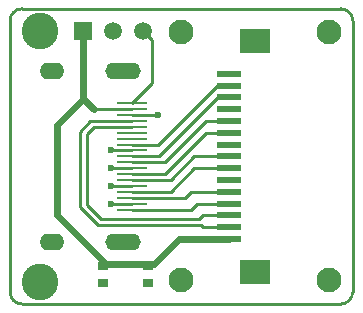
<source format=gtl>
G04 Layer_Physical_Order=1*
G04 Layer_Color=255*
%FSLAX25Y25*%
%MOIN*%
G70*
G01*
G75*
%ADD10R,0.10236X0.01102*%
%ADD11R,0.07874X0.02362*%
%ADD12R,0.10236X0.07874*%
%ADD13R,0.03543X0.03150*%
%ADD14C,0.01102*%
%ADD15C,0.02362*%
%ADD16C,0.00965*%
%ADD17C,0.01000*%
%ADD18R,0.05906X0.05906*%
%ADD19C,0.05906*%
%ADD20O,0.08268X0.05512*%
%ADD21O,0.11811X0.05512*%
%ADD22C,0.12205*%
%ADD23C,0.08268*%
%ADD24C,0.02362*%
D10*
X288583Y253937D02*
D03*
Y251969D02*
D03*
Y255906D02*
D03*
Y257874D02*
D03*
Y250000D02*
D03*
Y240158D02*
D03*
Y242126D02*
D03*
Y244094D02*
D03*
Y246063D02*
D03*
Y248031D02*
D03*
Y238189D02*
D03*
Y236221D02*
D03*
Y269685D02*
D03*
Y263779D02*
D03*
Y261811D02*
D03*
Y271654D02*
D03*
Y259842D02*
D03*
Y267717D02*
D03*
Y265748D02*
D03*
D11*
X320866Y226378D02*
D03*
Y234252D02*
D03*
Y238189D02*
D03*
Y242126D02*
D03*
Y246063D02*
D03*
Y250000D02*
D03*
Y230315D02*
D03*
Y261811D02*
D03*
Y281496D02*
D03*
Y277559D02*
D03*
Y273622D02*
D03*
Y269685D02*
D03*
Y265748D02*
D03*
Y257874D02*
D03*
Y253937D02*
D03*
D12*
X329528Y292520D02*
D03*
Y215354D02*
D03*
D13*
X294094Y211811D02*
D03*
Y217323D02*
D03*
X279134Y211811D02*
D03*
Y217323D02*
D03*
D14*
X292441Y295669D02*
X295276Y292835D01*
X288583Y267717D02*
X297244D01*
X281496Y238189D02*
X288583D01*
X281496Y244094D02*
X288583D01*
X281496Y250000D02*
X288583D01*
X281496Y255906D02*
X288583D01*
X275984Y269685D02*
X288583D01*
X295276Y278346D02*
Y292835D01*
X288583Y271654D02*
X295276Y278346D01*
X312205Y230315D02*
X320866D01*
X311551Y230968D02*
X312205Y230315D01*
X277476Y230968D02*
X311551D01*
X271260Y237184D02*
X277476Y230968D01*
X271260Y237184D02*
Y262205D01*
X274803Y265748D01*
X288583D01*
X275984Y263779D02*
X288583D01*
X273622Y261417D02*
X275984Y263779D01*
X273622Y237795D02*
Y261417D01*
Y237795D02*
X278346Y233071D01*
X311024D01*
X312205Y234252D01*
X320866D01*
X316929Y277559D02*
X320866D01*
X297244Y257874D02*
X316929Y277559D01*
X288583Y257874D02*
X297244D01*
X317323Y273622D02*
X320866D01*
X297638Y253937D02*
X317323Y273622D01*
X288583Y253937D02*
X297638D01*
X313386Y265748D02*
X320866D01*
X299606Y251969D02*
X313386Y265748D01*
X288583Y251969D02*
X299606D01*
X313386Y261811D02*
X320866D01*
X299606Y248031D02*
X313386Y261811D01*
X288583Y248031D02*
X299606D01*
X309449Y253937D02*
X320866D01*
X301575Y246063D02*
X309449Y253937D01*
X288583Y246063D02*
X301575D01*
X309449Y250000D02*
X320866D01*
X301575Y242126D02*
X309449Y250000D01*
X288583Y242126D02*
X301575D01*
X288583Y240158D02*
X306299D01*
X308268Y242126D01*
X320866D01*
X310236Y238189D02*
X320866D01*
X308268Y236221D02*
X310236Y238189D01*
X288583Y236221D02*
X308268D01*
D15*
X304331Y226378D02*
X320866D01*
X296063Y218110D02*
X304331Y226378D01*
X279921Y218110D02*
X296063D01*
X263779Y234252D02*
X279921Y218110D01*
X263779Y234252D02*
Y264567D01*
X272441Y273228D01*
Y295669D01*
Y273228D02*
X275984Y269685D01*
D16*
X358268Y204724D02*
G03*
X362205Y208661I0J3937D01*
G01*
X248031D02*
G03*
X251969Y204724I3937J0D01*
G01*
X251969Y303150D02*
G03*
X248031Y299213I0J-3937D01*
G01*
X362205Y299213D02*
G03*
X358268Y303150I-3937J0D01*
G01*
D17*
X248031Y208661D02*
Y299213D01*
X251969Y303150D02*
X358268D01*
X251969Y204724D02*
X358268D01*
X362205Y208661D02*
Y299213D01*
D18*
X272441Y295669D02*
D03*
D19*
X282441D02*
D03*
X292441D02*
D03*
D20*
X262126Y225394D02*
D03*
Y282480D02*
D03*
D21*
X285591Y225394D02*
D03*
Y282480D02*
D03*
D22*
X257874Y212205D02*
D03*
Y295669D02*
D03*
D23*
X354331Y212598D02*
D03*
Y295276D02*
D03*
X305118Y212598D02*
D03*
Y295276D02*
D03*
D24*
X294094Y211811D02*
D03*
X279134D02*
D03*
X297244Y267717D02*
D03*
X281496Y238189D02*
D03*
Y244094D02*
D03*
Y250000D02*
D03*
Y255906D02*
D03*
X320866Y226378D02*
D03*
Y230315D02*
D03*
Y234252D02*
D03*
Y238189D02*
D03*
Y242126D02*
D03*
Y250000D02*
D03*
Y253937D02*
D03*
Y261811D02*
D03*
Y265748D02*
D03*
Y273622D02*
D03*
Y277559D02*
D03*
Y246063D02*
D03*
Y257874D02*
D03*
Y269685D02*
D03*
Y281496D02*
D03*
M02*

</source>
